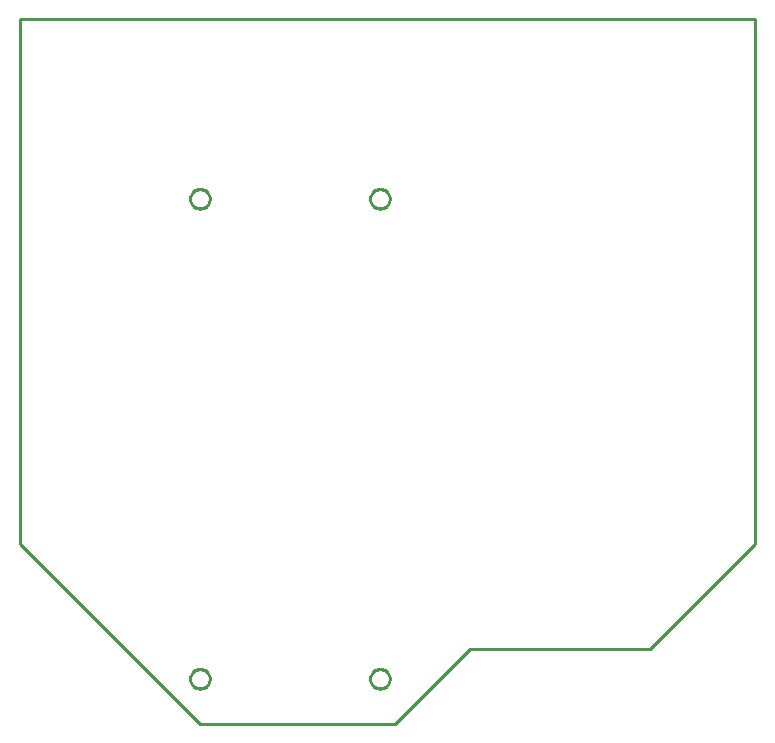
<source format=gbr>
G04 EAGLE Gerber RS-274X export*
G75*
%MOMM*%
%FSLAX34Y34*%
%LPD*%
%IN*%
%IPPOS*%
%AMOC8*
5,1,8,0,0,1.08239X$1,22.5*%
G01*
%ADD10C,0.254000*%


D10*
X292100Y304800D02*
X444500Y152400D01*
X609600Y152400D01*
X673100Y215900D01*
X825500Y215900D01*
X914400Y304800D01*
X914400Y749300D01*
X292100Y749300D01*
X292100Y304800D01*
X444906Y198755D02*
X445713Y198676D01*
X446508Y198517D01*
X447284Y198282D01*
X448034Y197971D01*
X448749Y197589D01*
X449423Y197138D01*
X450050Y196624D01*
X450624Y196050D01*
X451138Y195423D01*
X451589Y194749D01*
X451971Y194034D01*
X452282Y193284D01*
X452517Y192508D01*
X452676Y191713D01*
X452755Y190906D01*
X452755Y190094D01*
X452676Y189287D01*
X452517Y188492D01*
X452282Y187716D01*
X451971Y186966D01*
X451589Y186251D01*
X451138Y185577D01*
X450624Y184950D01*
X450050Y184376D01*
X449423Y183862D01*
X448749Y183411D01*
X448034Y183029D01*
X447284Y182718D01*
X446508Y182483D01*
X445713Y182325D01*
X444906Y182245D01*
X444094Y182245D01*
X443287Y182325D01*
X442492Y182483D01*
X441716Y182718D01*
X440966Y183029D01*
X440251Y183411D01*
X439577Y183862D01*
X438950Y184376D01*
X438376Y184950D01*
X437862Y185577D01*
X437411Y186251D01*
X437029Y186966D01*
X436718Y187716D01*
X436483Y188492D01*
X436325Y189287D01*
X436245Y190094D01*
X436245Y190906D01*
X436325Y191713D01*
X436483Y192508D01*
X436718Y193284D01*
X437029Y194034D01*
X437411Y194749D01*
X437862Y195423D01*
X438376Y196050D01*
X438950Y196624D01*
X439577Y197138D01*
X440251Y197589D01*
X440966Y197971D01*
X441716Y198282D01*
X442492Y198517D01*
X443287Y198676D01*
X444094Y198755D01*
X444906Y198755D01*
X597306Y198755D02*
X598113Y198676D01*
X598908Y198517D01*
X599684Y198282D01*
X600434Y197971D01*
X601149Y197589D01*
X601823Y197138D01*
X602450Y196624D01*
X603024Y196050D01*
X603538Y195423D01*
X603989Y194749D01*
X604371Y194034D01*
X604682Y193284D01*
X604917Y192508D01*
X605076Y191713D01*
X605155Y190906D01*
X605155Y190094D01*
X605076Y189287D01*
X604917Y188492D01*
X604682Y187716D01*
X604371Y186966D01*
X603989Y186251D01*
X603538Y185577D01*
X603024Y184950D01*
X602450Y184376D01*
X601823Y183862D01*
X601149Y183411D01*
X600434Y183029D01*
X599684Y182718D01*
X598908Y182483D01*
X598113Y182325D01*
X597306Y182245D01*
X596494Y182245D01*
X595687Y182325D01*
X594892Y182483D01*
X594116Y182718D01*
X593366Y183029D01*
X592651Y183411D01*
X591977Y183862D01*
X591350Y184376D01*
X590776Y184950D01*
X590262Y185577D01*
X589811Y186251D01*
X589429Y186966D01*
X589118Y187716D01*
X588883Y188492D01*
X588725Y189287D01*
X588645Y190094D01*
X588645Y190906D01*
X588725Y191713D01*
X588883Y192508D01*
X589118Y193284D01*
X589429Y194034D01*
X589811Y194749D01*
X590262Y195423D01*
X590776Y196050D01*
X591350Y196624D01*
X591977Y197138D01*
X592651Y197589D01*
X593366Y197971D01*
X594116Y198282D01*
X594892Y198517D01*
X595687Y198676D01*
X596494Y198755D01*
X597306Y198755D01*
X597306Y605155D02*
X598113Y605076D01*
X598908Y604917D01*
X599684Y604682D01*
X600434Y604371D01*
X601149Y603989D01*
X601823Y603538D01*
X602450Y603024D01*
X603024Y602450D01*
X603538Y601823D01*
X603989Y601149D01*
X604371Y600434D01*
X604682Y599684D01*
X604917Y598908D01*
X605076Y598113D01*
X605155Y597306D01*
X605155Y596494D01*
X605076Y595687D01*
X604917Y594892D01*
X604682Y594116D01*
X604371Y593366D01*
X603989Y592651D01*
X603538Y591977D01*
X603024Y591350D01*
X602450Y590776D01*
X601823Y590262D01*
X601149Y589811D01*
X600434Y589429D01*
X599684Y589118D01*
X598908Y588883D01*
X598113Y588725D01*
X597306Y588645D01*
X596494Y588645D01*
X595687Y588725D01*
X594892Y588883D01*
X594116Y589118D01*
X593366Y589429D01*
X592651Y589811D01*
X591977Y590262D01*
X591350Y590776D01*
X590776Y591350D01*
X590262Y591977D01*
X589811Y592651D01*
X589429Y593366D01*
X589118Y594116D01*
X588883Y594892D01*
X588725Y595687D01*
X588645Y596494D01*
X588645Y597306D01*
X588725Y598113D01*
X588883Y598908D01*
X589118Y599684D01*
X589429Y600434D01*
X589811Y601149D01*
X590262Y601823D01*
X590776Y602450D01*
X591350Y603024D01*
X591977Y603538D01*
X592651Y603989D01*
X593366Y604371D01*
X594116Y604682D01*
X594892Y604917D01*
X595687Y605076D01*
X596494Y605155D01*
X597306Y605155D01*
X444906Y605155D02*
X445713Y605076D01*
X446508Y604917D01*
X447284Y604682D01*
X448034Y604371D01*
X448749Y603989D01*
X449423Y603538D01*
X450050Y603024D01*
X450624Y602450D01*
X451138Y601823D01*
X451589Y601149D01*
X451971Y600434D01*
X452282Y599684D01*
X452517Y598908D01*
X452676Y598113D01*
X452755Y597306D01*
X452755Y596494D01*
X452676Y595687D01*
X452517Y594892D01*
X452282Y594116D01*
X451971Y593366D01*
X451589Y592651D01*
X451138Y591977D01*
X450624Y591350D01*
X450050Y590776D01*
X449423Y590262D01*
X448749Y589811D01*
X448034Y589429D01*
X447284Y589118D01*
X446508Y588883D01*
X445713Y588725D01*
X444906Y588645D01*
X444094Y588645D01*
X443287Y588725D01*
X442492Y588883D01*
X441716Y589118D01*
X440966Y589429D01*
X440251Y589811D01*
X439577Y590262D01*
X438950Y590776D01*
X438376Y591350D01*
X437862Y591977D01*
X437411Y592651D01*
X437029Y593366D01*
X436718Y594116D01*
X436483Y594892D01*
X436325Y595687D01*
X436245Y596494D01*
X436245Y597306D01*
X436325Y598113D01*
X436483Y598908D01*
X436718Y599684D01*
X437029Y600434D01*
X437411Y601149D01*
X437862Y601823D01*
X438376Y602450D01*
X438950Y603024D01*
X439577Y603538D01*
X440251Y603989D01*
X440966Y604371D01*
X441716Y604682D01*
X442492Y604917D01*
X443287Y605076D01*
X444094Y605155D01*
X444906Y605155D01*
M02*

</source>
